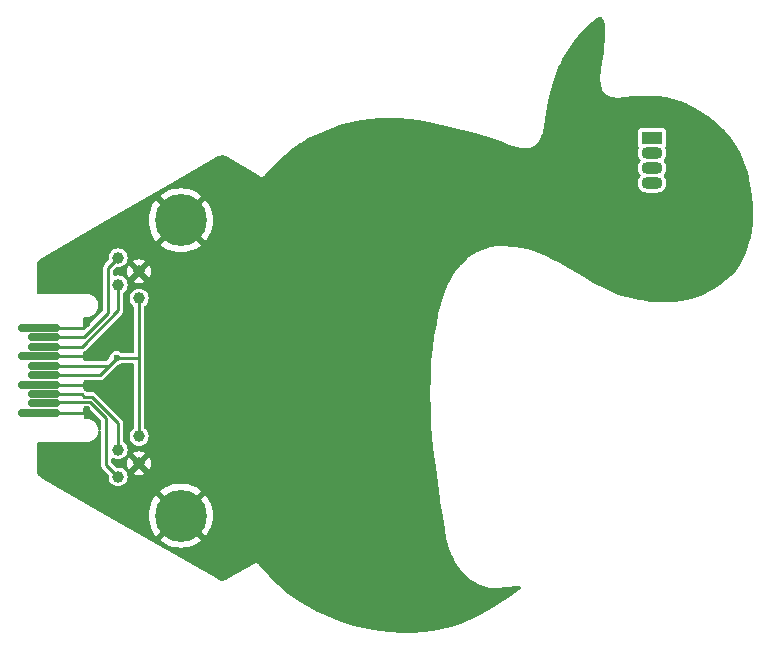
<source format=gtl>
G04 #@! TF.GenerationSoftware,KiCad,Pcbnew,8.0.1*
G04 #@! TF.CreationDate,2024-04-20T17:20:35+01:00*
G04 #@! TF.ProjectId,le-carnard-bleu,6c652d63-6172-46e6-9172-642d626c6575,rev?*
G04 #@! TF.SameCoordinates,Original*
G04 #@! TF.FileFunction,Copper,L1,Top*
G04 #@! TF.FilePolarity,Positive*
%FSLAX46Y46*%
G04 Gerber Fmt 4.6, Leading zero omitted, Abs format (unit mm)*
G04 Created by KiCad (PCBNEW 8.0.1) date 2024-04-20 17:20:35*
%MOMM*%
%LPD*%
G01*
G04 APERTURE LIST*
G04 Aperture macros list*
%AMRoundRect*
0 Rectangle with rounded corners*
0 $1 Rounding radius*
0 $2 $3 $4 $5 $6 $7 $8 $9 X,Y pos of 4 corners*
0 Add a 4 corners polygon primitive as box body*
4,1,4,$2,$3,$4,$5,$6,$7,$8,$9,$2,$3,0*
0 Add four circle primitives for the rounded corners*
1,1,$1+$1,$2,$3*
1,1,$1+$1,$4,$5*
1,1,$1+$1,$6,$7*
1,1,$1+$1,$8,$9*
0 Add four rect primitives between the rounded corners*
20,1,$1+$1,$2,$3,$4,$5,0*
20,1,$1+$1,$4,$5,$6,$7,0*
20,1,$1+$1,$6,$7,$8,$9,0*
20,1,$1+$1,$8,$9,$2,$3,0*%
G04 Aperture macros list end*
G04 #@! TA.AperFunction,SMDPad,CuDef*
%ADD10RoundRect,0.150000X1.600000X0.150000X-1.600000X0.150000X-1.600000X-0.150000X1.600000X-0.150000X0*%
G04 #@! TD*
G04 #@! TA.AperFunction,SMDPad,CuDef*
%ADD11RoundRect,0.150000X1.200000X0.150000X-1.200000X0.150000X-1.200000X-0.150000X1.200000X-0.150000X0*%
G04 #@! TD*
G04 #@! TA.AperFunction,SMDPad,CuDef*
%ADD12C,1.000000*%
G04 #@! TD*
G04 #@! TA.AperFunction,ComponentPad*
%ADD13C,0.700000*%
G04 #@! TD*
G04 #@! TA.AperFunction,ComponentPad*
%ADD14C,4.400000*%
G04 #@! TD*
G04 #@! TA.AperFunction,ComponentPad*
%ADD15R,1.800000X1.070000*%
G04 #@! TD*
G04 #@! TA.AperFunction,ComponentPad*
%ADD16O,1.800000X1.070000*%
G04 #@! TD*
G04 #@! TA.AperFunction,ViaPad*
%ADD17C,0.600000*%
G04 #@! TD*
G04 #@! TA.AperFunction,ViaPad*
%ADD18C,0.800000*%
G04 #@! TD*
G04 #@! TA.AperFunction,Conductor*
%ADD19C,0.254000*%
G04 #@! TD*
G04 APERTURE END LIST*
D10*
X100500000Y-96600000D03*
D11*
X100900000Y-97400000D03*
X100900000Y-98200000D03*
D10*
X100500000Y-99000000D03*
D11*
X100900000Y-99800000D03*
X100900000Y-100600000D03*
D10*
X100500000Y-101400000D03*
D11*
X100900000Y-102200000D03*
X100900000Y-103000000D03*
D10*
X100500000Y-103800000D03*
D12*
X108966000Y-105791000D03*
D13*
X110850000Y-87500000D03*
X111333274Y-86333274D03*
X111333274Y-88666726D03*
X112500000Y-85850000D03*
D14*
X112500000Y-87500000D03*
D13*
X112500000Y-89150000D03*
X113666726Y-86333274D03*
X113666726Y-88666726D03*
X114150000Y-87500000D03*
D15*
X152400000Y-80518000D03*
D16*
X152400000Y-81788000D03*
X152400000Y-83058000D03*
X152400000Y-84328000D03*
D12*
X108966000Y-108077000D03*
X107188000Y-90678000D03*
X108966000Y-94107000D03*
X107188000Y-106934000D03*
X107188000Y-92964000D03*
X107188000Y-109220000D03*
D13*
X110850000Y-112500000D03*
X111333274Y-111333274D03*
X111333274Y-113666726D03*
X112500000Y-110850000D03*
D14*
X112500000Y-112500000D03*
D13*
X112500000Y-114150000D03*
X113666726Y-111333274D03*
X113666726Y-113666726D03*
X114150000Y-112500000D03*
D12*
X108966000Y-91821000D03*
D17*
X104521000Y-101727000D03*
X104521000Y-103505000D03*
X104521000Y-96266000D03*
D18*
X102108000Y-107950000D03*
X102108000Y-92202000D03*
D17*
X108077000Y-102362000D03*
X104521000Y-98933000D03*
X107823000Y-96012000D03*
X107061000Y-99163500D03*
X108966000Y-105791000D03*
D19*
X100500000Y-101400000D02*
X104194000Y-101400000D01*
X104454000Y-99000000D02*
X104521000Y-98933000D01*
X100500000Y-96600000D02*
X104187000Y-96600000D01*
X104194000Y-101400000D02*
X104521000Y-101727000D01*
X104521000Y-103505000D02*
X104226000Y-103800000D01*
X104187000Y-96600000D02*
X104521000Y-96266000D01*
X100500000Y-99000000D02*
X104454000Y-99000000D01*
X104226000Y-103800000D02*
X100500000Y-103800000D01*
X107188000Y-104643236D02*
X107188000Y-106934000D01*
X104107288Y-102200000D02*
X104331288Y-102424000D01*
X100900000Y-102200000D02*
X101054000Y-102354000D01*
X104331288Y-102424000D02*
X104968764Y-102424000D01*
X100900000Y-102200000D02*
X104107288Y-102200000D01*
X104968764Y-102424000D02*
X107188000Y-104643236D01*
X105624500Y-100600000D02*
X106424500Y-99800000D01*
X108966000Y-99187000D02*
X108966000Y-105791000D01*
X108942500Y-99163500D02*
X108966000Y-99187000D01*
X100900000Y-99800000D02*
X106424500Y-99800000D01*
X106424500Y-99800000D02*
X107061000Y-99163500D01*
X100900000Y-100600000D02*
X105624500Y-100600000D01*
X108966000Y-94107000D02*
X108966000Y-99187000D01*
X107061000Y-99163500D02*
X108942500Y-99163500D01*
X104115764Y-98200000D02*
X107188000Y-95127764D01*
X100900000Y-98200000D02*
X104115764Y-98200000D01*
X107188000Y-95127764D02*
X107188000Y-92964000D01*
X100900000Y-97400000D02*
X104273712Y-97400000D01*
X106361000Y-95312712D02*
X106361000Y-91505000D01*
X106361000Y-91505000D02*
X107188000Y-90678000D01*
X104273712Y-97400000D02*
X106361000Y-95312712D01*
X101022000Y-102878000D02*
X104780712Y-102878000D01*
X100900000Y-103000000D02*
X101022000Y-102878000D01*
X106172000Y-108204000D02*
X107188000Y-109220000D01*
X106172000Y-104269288D02*
X106172000Y-108204000D01*
X104780712Y-102878000D02*
X106172000Y-104269288D01*
G04 #@! TA.AperFunction,Conductor*
G36*
X148077441Y-70292001D02*
G01*
X148119059Y-70300726D01*
X148120532Y-70301314D01*
X148155429Y-70322433D01*
X148181627Y-70344928D01*
X148202016Y-70367305D01*
X148247714Y-70431784D01*
X148262295Y-70459009D01*
X148315999Y-70598777D01*
X148327600Y-70628967D01*
X148333952Y-70651827D01*
X148386188Y-70946891D01*
X148388038Y-70965022D01*
X148414911Y-71920938D01*
X148414567Y-71934291D01*
X148313652Y-73198418D01*
X148312575Y-73207587D01*
X148087504Y-74656204D01*
X148082179Y-74677651D01*
X148081665Y-74679136D01*
X148081663Y-74679149D01*
X148080113Y-74700976D01*
X148078956Y-74711223D01*
X148075597Y-74732842D01*
X148075597Y-74732844D01*
X148075767Y-74734412D01*
X148076172Y-74756494D01*
X148022192Y-75517021D01*
X148019912Y-75533459D01*
X148017657Y-75544312D01*
X148017657Y-75544314D01*
X148018363Y-75556692D01*
X148018253Y-75572521D01*
X148017376Y-75584884D01*
X148017376Y-75584897D01*
X148019478Y-75595770D01*
X148021530Y-75612239D01*
X148043331Y-75994564D01*
X148043531Y-76001179D01*
X148043631Y-76029404D01*
X148044714Y-76037416D01*
X148046229Y-76045380D01*
X148046229Y-76045382D01*
X148046230Y-76045384D01*
X148055082Y-76072207D01*
X148056980Y-76078523D01*
X148126993Y-76336164D01*
X148130711Y-76356279D01*
X148131153Y-76360680D01*
X148131155Y-76360688D01*
X148137895Y-76378490D01*
X148141587Y-76389874D01*
X148146582Y-76408255D01*
X148146585Y-76408261D01*
X148148812Y-76412088D01*
X148157601Y-76430539D01*
X148159168Y-76434678D01*
X148159169Y-76434680D01*
X148159170Y-76434681D01*
X148170299Y-76450147D01*
X148176807Y-76460180D01*
X148186389Y-76476642D01*
X148189518Y-76479749D01*
X148202800Y-76495316D01*
X148317282Y-76654416D01*
X148327871Y-76672054D01*
X148329734Y-76675838D01*
X148329736Y-76675840D01*
X148342415Y-76690312D01*
X148349778Y-76699577D01*
X148361025Y-76715207D01*
X148364299Y-76717883D01*
X148379088Y-76732176D01*
X148381869Y-76735351D01*
X148381875Y-76735356D01*
X148397858Y-76746047D01*
X148407392Y-76753107D01*
X148422287Y-76765282D01*
X148426136Y-76767016D01*
X148444126Y-76776996D01*
X148656650Y-76919159D01*
X148658026Y-76920094D01*
X148688052Y-76940823D01*
X148688055Y-76940824D01*
X148688245Y-76940955D01*
X148689273Y-76941463D01*
X148690918Y-76942290D01*
X148691815Y-76942749D01*
X148692017Y-76942817D01*
X148692019Y-76942819D01*
X148726578Y-76954569D01*
X148728231Y-76955144D01*
X148978157Y-77044233D01*
X149002669Y-77052971D01*
X149005462Y-77054004D01*
X149037612Y-77066358D01*
X149037615Y-77066358D01*
X149039221Y-77066745D01*
X149039850Y-77066932D01*
X149042577Y-77067552D01*
X149043239Y-77067658D01*
X149044827Y-77067999D01*
X149044828Y-77067999D01*
X149044831Y-77068000D01*
X149079145Y-77070771D01*
X149082013Y-77071038D01*
X149424483Y-77107145D01*
X149438939Y-77109542D01*
X149452991Y-77112735D01*
X149452993Y-77112734D01*
X149452994Y-77112735D01*
X149456825Y-77112587D01*
X149462047Y-77112387D01*
X149479815Y-77112979D01*
X149488828Y-77113930D01*
X149503057Y-77111680D01*
X149517653Y-77110251D01*
X149985788Y-77092271D01*
X149999537Y-77093108D01*
X149999538Y-77093105D01*
X150007664Y-77093339D01*
X150007664Y-77093338D01*
X150007671Y-77093340D01*
X150033611Y-77090684D01*
X150041450Y-77090134D01*
X150067499Y-77089134D01*
X150067504Y-77089132D01*
X150075513Y-77087764D01*
X150075513Y-77087768D01*
X150089012Y-77085015D01*
X150814156Y-77010804D01*
X150816321Y-77010602D01*
X151527302Y-76951143D01*
X151536103Y-76950724D01*
X152215482Y-76942567D01*
X152224852Y-76942809D01*
X152885020Y-76984987D01*
X152894733Y-76985996D01*
X153537911Y-77078524D01*
X153547749Y-77080348D01*
X154176476Y-77223467D01*
X154186150Y-77226086D01*
X154802833Y-77420253D01*
X154812139Y-77423597D01*
X154829952Y-77430813D01*
X155419127Y-77669487D01*
X155427832Y-77673410D01*
X155511693Y-77715159D01*
X156027767Y-77972079D01*
X156035458Y-77976253D01*
X156744838Y-78394460D01*
X156752461Y-78399338D01*
X157387644Y-78839403D01*
X157395763Y-78845537D01*
X157557671Y-78978653D01*
X157953008Y-79303687D01*
X157961568Y-79311419D01*
X158062228Y-79411231D01*
X158392333Y-79738557D01*
X158442846Y-79788644D01*
X158449315Y-79795569D01*
X158562768Y-79926728D01*
X158868870Y-80280604D01*
X158873451Y-80286224D01*
X158885648Y-80302114D01*
X159229566Y-80750169D01*
X159241273Y-80765420D01*
X159246168Y-80772268D01*
X159299539Y-80852554D01*
X159564460Y-81251080D01*
X159569275Y-81258942D01*
X159844432Y-81748202D01*
X159848748Y-81756612D01*
X160086949Y-82267797D01*
X160090479Y-82276157D01*
X160297346Y-82821011D01*
X160299994Y-82828746D01*
X160480473Y-83418625D01*
X160482319Y-83425323D01*
X160606844Y-83932242D01*
X160640899Y-84070871D01*
X160642120Y-84076381D01*
X160787776Y-84812455D01*
X160788933Y-84819300D01*
X160882987Y-85489794D01*
X160883843Y-85497766D01*
X160934225Y-86170966D01*
X160934551Y-86177968D01*
X160948061Y-86921833D01*
X160948021Y-86927938D01*
X160923960Y-87701989D01*
X160923389Y-87710626D01*
X160854453Y-88391533D01*
X160852956Y-88401916D01*
X160734166Y-89034848D01*
X160731769Y-89045168D01*
X160556464Y-89676153D01*
X160553592Y-89685146D01*
X160343184Y-90266717D01*
X160339213Y-90276397D01*
X160095797Y-90804992D01*
X160090376Y-90815429D01*
X159810087Y-91297750D01*
X159803240Y-91308269D01*
X159480922Y-91752495D01*
X159472975Y-91762348D01*
X159102504Y-92176472D01*
X159094030Y-92185063D01*
X158668700Y-92576266D01*
X158660353Y-92583291D01*
X158173486Y-92957743D01*
X158165806Y-92963199D01*
X157610999Y-93326395D01*
X157604507Y-93330366D01*
X157126626Y-93602869D01*
X157118165Y-93607271D01*
X156679981Y-93814258D01*
X156669639Y-93818583D01*
X156212657Y-93985845D01*
X156203695Y-93988744D01*
X155669343Y-94139448D01*
X155661712Y-94141342D01*
X154962968Y-94291352D01*
X154954060Y-94292926D01*
X154252934Y-94390663D01*
X154243851Y-94391590D01*
X153536918Y-94437508D01*
X153527848Y-94437765D01*
X152813320Y-94431813D01*
X152804446Y-94431421D01*
X152080562Y-94373400D01*
X152072047Y-94372420D01*
X151337165Y-94262017D01*
X151329138Y-94260539D01*
X150581751Y-94097366D01*
X150574301Y-94095496D01*
X149819295Y-93880917D01*
X149808885Y-93877454D01*
X149149672Y-93625248D01*
X149142114Y-93622066D01*
X148307761Y-93237847D01*
X148302742Y-93235398D01*
X147418348Y-92778791D01*
X147413190Y-92775971D01*
X146596038Y-92303743D01*
X146594789Y-92303011D01*
X144866941Y-91277411D01*
X144856212Y-91269470D01*
X144856136Y-91269581D01*
X144849465Y-91264940D01*
X144849463Y-91264939D01*
X144849462Y-91264938D01*
X144825364Y-91252485D01*
X144819041Y-91248979D01*
X144795724Y-91235139D01*
X144795721Y-91235138D01*
X144788257Y-91231940D01*
X144788310Y-91231815D01*
X144775892Y-91226920D01*
X143656808Y-90648635D01*
X143645506Y-90641268D01*
X143645458Y-90641347D01*
X143638517Y-90637114D01*
X143614051Y-90626286D01*
X143607314Y-90623059D01*
X143583537Y-90610773D01*
X143575898Y-90608019D01*
X143575929Y-90607932D01*
X143563105Y-90603739D01*
X142813303Y-90271897D01*
X142802365Y-90266395D01*
X142797847Y-90263835D01*
X142767489Y-90251550D01*
X142763823Y-90249998D01*
X142733886Y-90236749D01*
X142728894Y-90235282D01*
X142717346Y-90231259D01*
X142379665Y-90094612D01*
X142361059Y-90085191D01*
X142357883Y-90083231D01*
X142357878Y-90083228D01*
X142338983Y-90077566D01*
X142328073Y-90073734D01*
X142309774Y-90066330D01*
X142308199Y-90066135D01*
X142306065Y-90065872D01*
X142285658Y-90061587D01*
X141883984Y-89941220D01*
X141866337Y-89934427D01*
X141859925Y-89931378D01*
X141843822Y-89928415D01*
X141830678Y-89925246D01*
X141814993Y-89920546D01*
X141814985Y-89920544D01*
X141807884Y-89920336D01*
X141789088Y-89918342D01*
X140824189Y-89740774D01*
X140808392Y-89736778D01*
X140797358Y-89733201D01*
X140797355Y-89733200D01*
X140797353Y-89733199D01*
X140797350Y-89733199D01*
X140785500Y-89732586D01*
X140769475Y-89730705D01*
X140757794Y-89728556D01*
X140757791Y-89728555D01*
X140746223Y-89729481D01*
X140729930Y-89729710D01*
X139756782Y-89679348D01*
X139738374Y-89677005D01*
X139730823Y-89675462D01*
X139730813Y-89675462D01*
X139715070Y-89676411D01*
X139701211Y-89676471D01*
X139685458Y-89675657D01*
X139685452Y-89675657D01*
X139677916Y-89677264D01*
X139659537Y-89679763D01*
X139248341Y-89704582D01*
X139228044Y-89704142D01*
X139223392Y-89703658D01*
X139223390Y-89703658D01*
X139223388Y-89703658D01*
X139223387Y-89703658D01*
X139204841Y-89706614D01*
X139192800Y-89707934D01*
X139174045Y-89709066D01*
X139174032Y-89709069D01*
X139169591Y-89710551D01*
X139149875Y-89715377D01*
X138781494Y-89774106D01*
X138765684Y-89775596D01*
X138753378Y-89775964D01*
X138753368Y-89775966D01*
X138742681Y-89779175D01*
X138726555Y-89782864D01*
X138715533Y-89784621D01*
X138715528Y-89784623D01*
X138704270Y-89789649D01*
X138689391Y-89795178D01*
X138046598Y-89988213D01*
X138034061Y-89991277D01*
X138016931Y-89994528D01*
X138011485Y-89997155D01*
X137993315Y-90004214D01*
X137987517Y-90005955D01*
X137987515Y-90005956D01*
X137972672Y-90015129D01*
X137961355Y-90021332D01*
X137371521Y-90305795D01*
X137360569Y-90310444D01*
X137342588Y-90317076D01*
X137342580Y-90317080D01*
X137339071Y-90319560D01*
X137321392Y-90329972D01*
X137317522Y-90331838D01*
X137317511Y-90331846D01*
X137302998Y-90344349D01*
X137293621Y-90351674D01*
X136758117Y-90730057D01*
X136747664Y-90736686D01*
X136731699Y-90745726D01*
X136731694Y-90745730D01*
X136728037Y-90749327D01*
X136712663Y-90762174D01*
X136708476Y-90765132D01*
X136696746Y-90779233D01*
X136688368Y-90788339D01*
X136206686Y-91262049D01*
X136196048Y-91271378D01*
X136184005Y-91280780D01*
X136184000Y-91280785D01*
X136179064Y-91287329D01*
X136167023Y-91301058D01*
X136161180Y-91306804D01*
X136153425Y-91319982D01*
X136145561Y-91331749D01*
X135715418Y-91902072D01*
X135704515Y-91914668D01*
X135696800Y-91922454D01*
X135690577Y-91933347D01*
X135681920Y-91946485D01*
X135674371Y-91956496D01*
X135674370Y-91956497D01*
X135670263Y-91966649D01*
X135662987Y-91981645D01*
X135280522Y-92651183D01*
X135269639Y-92667189D01*
X135265687Y-92672122D01*
X135265684Y-92672127D01*
X135258795Y-92687827D01*
X135252924Y-92699493D01*
X135244413Y-92714393D01*
X135242804Y-92720513D01*
X135236434Y-92738789D01*
X134897301Y-93511671D01*
X134886807Y-93530807D01*
X134885665Y-93532512D01*
X134885664Y-93532515D01*
X134878768Y-93552778D01*
X134874935Y-93562640D01*
X134866332Y-93582249D01*
X134866329Y-93582259D01*
X134866020Y-93584285D01*
X134860836Y-93605479D01*
X134559695Y-94490465D01*
X134550923Y-94510338D01*
X134549857Y-94512273D01*
X134549851Y-94512287D01*
X134544768Y-94532903D01*
X134541766Y-94543155D01*
X134534921Y-94563273D01*
X134534918Y-94563283D01*
X134534773Y-94565484D01*
X134531440Y-94586960D01*
X134317050Y-95456503D01*
X134312612Y-95468875D01*
X134312800Y-95468937D01*
X134310274Y-95476656D01*
X134305192Y-95503771D01*
X134303711Y-95510603D01*
X134297113Y-95537367D01*
X134296214Y-95545446D01*
X134296016Y-95545424D01*
X134294932Y-95558522D01*
X134079361Y-96708819D01*
X134076697Y-96720097D01*
X134074563Y-96727551D01*
X134069893Y-96758873D01*
X134069128Y-96763420D01*
X134063302Y-96794512D01*
X134062883Y-96802224D01*
X134061711Y-96813768D01*
X133869099Y-98105866D01*
X133866805Y-98117445D01*
X133865149Y-98124117D01*
X133861563Y-98155889D01*
X133860991Y-98160262D01*
X133856266Y-98191954D01*
X133856149Y-98198831D01*
X133855385Y-98210615D01*
X133709003Y-99507453D01*
X133706137Y-99520729D01*
X133706198Y-99520741D01*
X133704728Y-99528732D01*
X133703374Y-99555236D01*
X133702754Y-99562809D01*
X133699780Y-99589161D01*
X133699931Y-99597290D01*
X133699869Y-99597291D01*
X133700536Y-99610855D01*
X133648997Y-100620744D01*
X133647262Y-100632118D01*
X133647872Y-100632207D01*
X133646710Y-100640241D01*
X133646308Y-100671675D01*
X133646157Y-100676406D01*
X133644554Y-100707829D01*
X133645203Y-100715935D01*
X133644476Y-100715993D01*
X133645596Y-100727451D01*
X133628155Y-102093450D01*
X133627301Y-102106481D01*
X133627058Y-102108522D01*
X133627487Y-102142686D01*
X133627487Y-102145819D01*
X133627051Y-102180036D01*
X133627292Y-102182066D01*
X133628145Y-102195114D01*
X133645790Y-103600761D01*
X133645356Y-103612803D01*
X133644855Y-103618696D01*
X133646352Y-103651092D01*
X133646474Y-103655253D01*
X133646881Y-103687676D01*
X133647727Y-103693531D01*
X133648867Y-103705524D01*
X133700896Y-104831417D01*
X133700147Y-104844018D01*
X133700513Y-104844031D01*
X133700235Y-104852155D01*
X133703021Y-104880854D01*
X133703469Y-104887105D01*
X133704799Y-104915888D01*
X133706230Y-104923881D01*
X133705868Y-104923945D01*
X133708404Y-104936305D01*
X133880430Y-106708360D01*
X133880993Y-106721882D01*
X133885122Y-106756963D01*
X133885391Y-106759472D01*
X133888801Y-106794592D01*
X133891117Y-106807889D01*
X134148717Y-108996107D01*
X134149350Y-109006691D01*
X134149563Y-109008285D01*
X134149563Y-109008286D01*
X134151910Y-109025844D01*
X134154358Y-109044151D01*
X134154600Y-109046080D01*
X134159027Y-109083678D01*
X134161039Y-109094116D01*
X134433213Y-111129460D01*
X134434248Y-111142072D01*
X134434358Y-111145660D01*
X134439747Y-111178708D01*
X134440269Y-111182225D01*
X134444703Y-111215386D01*
X134445636Y-111218837D01*
X134448310Y-111231217D01*
X134662204Y-112542838D01*
X134662511Y-112545936D01*
X134669901Y-112590042D01*
X134669989Y-112590576D01*
X134677176Y-112634650D01*
X134677885Y-112637692D01*
X134851604Y-113674416D01*
X134853036Y-113686678D01*
X134853349Y-113691390D01*
X134859800Y-113723689D01*
X134860495Y-113727477D01*
X134865947Y-113760008D01*
X134867327Y-113764519D01*
X134870349Y-113776504D01*
X135075813Y-114805149D01*
X135078169Y-114826052D01*
X135078262Y-114829468D01*
X135083974Y-114848679D01*
X135086713Y-114859723D01*
X135090642Y-114879391D01*
X135090643Y-114879393D01*
X135092155Y-114882453D01*
X135099841Y-114902039D01*
X135219555Y-115304625D01*
X135224012Y-115326929D01*
X135224059Y-115327375D01*
X135224060Y-115327380D01*
X135232307Y-115348831D01*
X135235421Y-115357980D01*
X135241982Y-115380041D01*
X135242214Y-115380419D01*
X135252295Y-115400822D01*
X135390990Y-115761582D01*
X135396932Y-115782221D01*
X135397441Y-115784820D01*
X135397445Y-115784832D01*
X135406589Y-115803506D01*
X135410962Y-115813535D01*
X135418431Y-115832962D01*
X135418434Y-115832966D01*
X135419990Y-115835106D01*
X135431075Y-115853510D01*
X135593348Y-116184900D01*
X135600910Y-116204328D01*
X135601968Y-116207912D01*
X135601971Y-116207919D01*
X135612260Y-116224749D01*
X135617829Y-116234892D01*
X135626507Y-116252614D01*
X135628956Y-116255422D01*
X135641292Y-116272237D01*
X135822637Y-116568859D01*
X135829738Y-116580473D01*
X135839167Y-116599334D01*
X135840401Y-116602438D01*
X135852424Y-116618577D01*
X135858779Y-116627976D01*
X135869266Y-116645130D01*
X135871690Y-116647435D01*
X135885674Y-116663206D01*
X136102579Y-116954342D01*
X136114161Y-116973191D01*
X136114850Y-116974576D01*
X136114851Y-116974577D01*
X136129348Y-116990990D01*
X136135849Y-116998999D01*
X136148928Y-117016555D01*
X136148931Y-117016558D01*
X136150142Y-117017515D01*
X136166206Y-117032722D01*
X136334097Y-117222811D01*
X136416646Y-117316273D01*
X136429380Y-117333485D01*
X136430829Y-117335845D01*
X136430830Y-117335846D01*
X136430831Y-117335847D01*
X136445847Y-117350075D01*
X136453498Y-117357999D01*
X136467192Y-117373503D01*
X136469500Y-117375033D01*
X136486254Y-117388362D01*
X136987870Y-117863652D01*
X136991789Y-117867534D01*
X137012710Y-117889202D01*
X137012713Y-117889205D01*
X137012716Y-117889206D01*
X137017989Y-117893403D01*
X137023453Y-117897366D01*
X137023458Y-117897370D01*
X137023462Y-117897372D01*
X137049914Y-117911708D01*
X137054709Y-117914446D01*
X137223949Y-118016165D01*
X137545770Y-118209590D01*
X137558020Y-118217991D01*
X137569146Y-118226644D01*
X137569150Y-118226647D01*
X137577787Y-118230290D01*
X137593475Y-118238262D01*
X137601505Y-118243089D01*
X137615053Y-118246975D01*
X137629048Y-118251914D01*
X138060231Y-118433804D01*
X138119268Y-118458708D01*
X138129370Y-118463518D01*
X138135051Y-118466544D01*
X138147366Y-118473104D01*
X138150342Y-118473793D01*
X138170553Y-118480342D01*
X138173380Y-118481535D01*
X138173383Y-118481535D01*
X138173384Y-118481536D01*
X138193576Y-118484327D01*
X138204573Y-118486356D01*
X138675109Y-118595359D01*
X138683549Y-118597632D01*
X138704028Y-118603930D01*
X138707023Y-118604852D01*
X138710015Y-118605357D01*
X138725214Y-118607377D01*
X138728259Y-118607672D01*
X138728265Y-118607674D01*
X138752819Y-118606834D01*
X138761549Y-118606844D01*
X139282450Y-118625899D01*
X139299182Y-118627654D01*
X139309715Y-118629489D01*
X139322449Y-118628346D01*
X139338056Y-118627934D01*
X139350837Y-118628402D01*
X139361248Y-118626016D01*
X139377865Y-118623378D01*
X140016357Y-118566135D01*
X140026108Y-118565832D01*
X140028183Y-118565615D01*
X140028185Y-118565616D01*
X140064467Y-118561835D01*
X140066192Y-118561667D01*
X140102635Y-118558401D01*
X140102641Y-118558398D01*
X140104733Y-118558211D01*
X140114340Y-118556640D01*
X140883520Y-118476510D01*
X140893376Y-118475881D01*
X141153711Y-118469698D01*
X141221199Y-118487785D01*
X141268195Y-118539488D01*
X141279777Y-118608391D01*
X141252269Y-118672618D01*
X141239942Y-118685528D01*
X141111038Y-118802396D01*
X141101920Y-118809904D01*
X140450902Y-119295802D01*
X140446730Y-119298783D01*
X139532416Y-119924052D01*
X139526281Y-119927989D01*
X138606303Y-120480731D01*
X138599204Y-120484685D01*
X137507673Y-121046695D01*
X137501634Y-121049601D01*
X136379245Y-121552758D01*
X136371783Y-121555815D01*
X135365332Y-121930499D01*
X135355157Y-121933795D01*
X134616360Y-122138343D01*
X134607122Y-122140524D01*
X133829518Y-122292925D01*
X133820703Y-122294325D01*
X133005596Y-122393884D01*
X132997290Y-122394616D01*
X132144981Y-122440930D01*
X132137231Y-122441109D01*
X131248105Y-122433782D01*
X131240927Y-122433515D01*
X130315514Y-122372186D01*
X130308900Y-122371569D01*
X129347789Y-122255919D01*
X129341716Y-122255035D01*
X128347316Y-122085104D01*
X128340709Y-122083790D01*
X127143171Y-121811487D01*
X127132476Y-121808546D01*
X125906877Y-121411809D01*
X125901383Y-121409887D01*
X124910778Y-121037006D01*
X124904394Y-121034398D01*
X124079479Y-120670327D01*
X124071384Y-120666397D01*
X123328108Y-120271644D01*
X123320554Y-120267285D01*
X122572151Y-119799569D01*
X122565999Y-119795464D01*
X121606183Y-119112828D01*
X121599019Y-119107330D01*
X121318013Y-118874904D01*
X120752354Y-118407034D01*
X120744913Y-118400356D01*
X120737530Y-118393172D01*
X120195319Y-117865554D01*
X119971676Y-117647930D01*
X119964505Y-117640338D01*
X119126650Y-116674954D01*
X119118705Y-116663720D01*
X119118696Y-116663727D01*
X119113793Y-116657240D01*
X119095470Y-116638649D01*
X119090149Y-116632897D01*
X119073015Y-116613155D01*
X119066935Y-116607768D01*
X119066942Y-116607759D01*
X119064680Y-116605879D01*
X119064674Y-116605888D01*
X119058259Y-116600891D01*
X119035724Y-116587660D01*
X119029093Y-116583479D01*
X119007454Y-116568859D01*
X119007450Y-116568856D01*
X119000182Y-116565225D01*
X119000185Y-116565217D01*
X118997510Y-116563985D01*
X118997507Y-116563994D01*
X118990029Y-116560832D01*
X118964847Y-116553887D01*
X118957356Y-116551563D01*
X118932669Y-116543041D01*
X118924707Y-116541415D01*
X118924708Y-116541406D01*
X118921803Y-116540907D01*
X118921803Y-116540915D01*
X118913755Y-116539796D01*
X118887615Y-116539605D01*
X118879780Y-116539299D01*
X118853740Y-116537458D01*
X118853737Y-116537458D01*
X118853736Y-116537458D01*
X118853734Y-116537458D01*
X118845622Y-116537948D01*
X118845621Y-116537937D01*
X118842692Y-116538207D01*
X118842694Y-116538218D01*
X118834628Y-116539220D01*
X118809340Y-116545798D01*
X118801693Y-116547531D01*
X118776050Y-116552495D01*
X118768342Y-116555067D01*
X118768339Y-116555058D01*
X118765586Y-116556074D01*
X118765590Y-116556083D01*
X118758052Y-116559141D01*
X118735333Y-116572037D01*
X118728395Y-116575690D01*
X118704916Y-116587118D01*
X118698136Y-116591599D01*
X118698130Y-116591590D01*
X118686896Y-116599534D01*
X116401160Y-117897084D01*
X116396497Y-117899288D01*
X116355369Y-117923033D01*
X116343807Y-117928925D01*
X116228056Y-117980461D01*
X116203401Y-117988471D01*
X116085862Y-118013455D01*
X116060081Y-118016165D01*
X115939909Y-118016165D01*
X115914128Y-118013455D01*
X115796588Y-117988471D01*
X115771934Y-117980461D01*
X115656187Y-117928927D01*
X115644622Y-117923034D01*
X115609028Y-117902484D01*
X106251653Y-112500000D01*
X109787050Y-112500000D01*
X109806829Y-112827004D01*
X109865885Y-113149259D01*
X109963341Y-113462006D01*
X109963345Y-113462017D01*
X110097800Y-113760766D01*
X110097801Y-113760768D01*
X110267291Y-114041139D01*
X110413293Y-114227495D01*
X110934280Y-113706508D01*
X111133274Y-113706508D01*
X111163722Y-113780017D01*
X111219983Y-113836278D01*
X111293492Y-113866726D01*
X111373056Y-113866726D01*
X111446565Y-113836278D01*
X111502826Y-113780017D01*
X111533274Y-113706508D01*
X111533274Y-113626944D01*
X111502826Y-113553435D01*
X111446565Y-113497174D01*
X111373056Y-113466726D01*
X111293492Y-113466726D01*
X111219983Y-113497174D01*
X111163722Y-113553435D01*
X111133274Y-113626944D01*
X111133274Y-113706508D01*
X110934280Y-113706508D01*
X111561328Y-113079460D01*
X111660967Y-113216602D01*
X111783398Y-113339033D01*
X111920538Y-113438670D01*
X110772503Y-114586705D01*
X110772503Y-114586706D01*
X110958860Y-114732708D01*
X111239231Y-114902198D01*
X111239233Y-114902199D01*
X111537982Y-115036654D01*
X111537993Y-115036658D01*
X111850740Y-115134114D01*
X112172995Y-115193170D01*
X112500000Y-115212949D01*
X112827004Y-115193170D01*
X113149259Y-115134114D01*
X113462006Y-115036658D01*
X113462017Y-115036654D01*
X113760766Y-114902199D01*
X113760768Y-114902198D01*
X114041130Y-114732714D01*
X114227495Y-114586706D01*
X114227495Y-114586705D01*
X113347298Y-113706508D01*
X113466726Y-113706508D01*
X113497174Y-113780017D01*
X113553435Y-113836278D01*
X113626944Y-113866726D01*
X113706508Y-113866726D01*
X113780017Y-113836278D01*
X113836278Y-113780017D01*
X113866726Y-113706508D01*
X113866726Y-113626944D01*
X113836278Y-113553435D01*
X113780017Y-113497174D01*
X113706508Y-113466726D01*
X113626944Y-113466726D01*
X113553435Y-113497174D01*
X113497174Y-113553435D01*
X113466726Y-113626944D01*
X113466726Y-113706508D01*
X113347298Y-113706508D01*
X113079460Y-113438670D01*
X113216602Y-113339033D01*
X113339033Y-113216602D01*
X113438670Y-113079460D01*
X114586705Y-114227495D01*
X114586706Y-114227495D01*
X114732714Y-114041130D01*
X114902198Y-113760768D01*
X114902199Y-113760766D01*
X115036654Y-113462017D01*
X115036658Y-113462006D01*
X115134114Y-113149259D01*
X115193170Y-112827004D01*
X115212949Y-112500000D01*
X115193170Y-112172995D01*
X115134114Y-111850740D01*
X115036658Y-111537993D01*
X115036654Y-111537982D01*
X114902199Y-111239233D01*
X114902198Y-111239231D01*
X114732708Y-110958860D01*
X114586705Y-110772503D01*
X113438670Y-111920538D01*
X113339033Y-111783398D01*
X113216602Y-111660967D01*
X113079460Y-111561329D01*
X113267733Y-111373056D01*
X113466726Y-111373056D01*
X113497174Y-111446565D01*
X113553435Y-111502826D01*
X113626944Y-111533274D01*
X113706508Y-111533274D01*
X113780017Y-111502826D01*
X113836278Y-111446565D01*
X113866726Y-111373056D01*
X113866726Y-111293492D01*
X113836278Y-111219983D01*
X113780017Y-111163722D01*
X113706508Y-111133274D01*
X113626944Y-111133274D01*
X113553435Y-111163722D01*
X113497174Y-111219983D01*
X113466726Y-111293492D01*
X113466726Y-111373056D01*
X113267733Y-111373056D01*
X114227495Y-110413293D01*
X114227495Y-110413292D01*
X114041139Y-110267291D01*
X113760768Y-110097801D01*
X113760766Y-110097800D01*
X113462017Y-109963345D01*
X113462006Y-109963341D01*
X113149259Y-109865885D01*
X112827004Y-109806829D01*
X112500000Y-109787050D01*
X112172995Y-109806829D01*
X111850740Y-109865885D01*
X111537993Y-109963341D01*
X111537982Y-109963345D01*
X111239233Y-110097800D01*
X111239231Y-110097801D01*
X110958864Y-110267289D01*
X110772503Y-110413293D01*
X111920539Y-111561329D01*
X111783398Y-111660967D01*
X111660967Y-111783398D01*
X111561329Y-111920539D01*
X111013846Y-111373056D01*
X111133274Y-111373056D01*
X111163722Y-111446565D01*
X111219983Y-111502826D01*
X111293492Y-111533274D01*
X111373056Y-111533274D01*
X111446565Y-111502826D01*
X111502826Y-111446565D01*
X111533274Y-111373056D01*
X111533274Y-111293492D01*
X111502826Y-111219983D01*
X111446565Y-111163722D01*
X111373056Y-111133274D01*
X111293492Y-111133274D01*
X111219983Y-111163722D01*
X111163722Y-111219983D01*
X111133274Y-111293492D01*
X111133274Y-111373056D01*
X111013846Y-111373056D01*
X110413293Y-110772503D01*
X110267289Y-110958864D01*
X110097801Y-111239231D01*
X110097800Y-111239233D01*
X109963345Y-111537982D01*
X109963341Y-111537993D01*
X109865885Y-111850740D01*
X109806829Y-112172995D01*
X109787050Y-112500000D01*
X106251653Y-112500000D01*
X100703848Y-109296973D01*
X100703837Y-109296964D01*
X100655888Y-109269283D01*
X100645003Y-109262214D01*
X100542474Y-109187727D01*
X100523209Y-109170382D01*
X100442796Y-109081080D01*
X100427560Y-109060112D01*
X100367464Y-108956030D01*
X100356924Y-108932358D01*
X100336815Y-108870478D01*
X100319780Y-108818055D01*
X100314392Y-108792708D01*
X100301180Y-108667048D01*
X100300500Y-108654082D01*
X100300500Y-106424500D01*
X100320185Y-106357461D01*
X100372989Y-106311706D01*
X100424500Y-106300500D01*
X104587528Y-106300500D01*
X104587532Y-106300500D01*
X104759938Y-106270101D01*
X104924445Y-106210225D01*
X105076055Y-106122692D01*
X105210163Y-106010163D01*
X105322692Y-105876055D01*
X105410225Y-105724445D01*
X105470101Y-105559938D01*
X105498384Y-105399531D01*
X105529410Y-105336929D01*
X105589357Y-105301039D01*
X105602368Y-105301451D01*
X105539297Y-105272648D01*
X105501523Y-105213870D01*
X105498384Y-105200467D01*
X105470101Y-105040062D01*
X105432336Y-104936305D01*
X105410225Y-104875555D01*
X105322692Y-104723945D01*
X105322691Y-104723943D01*
X105322690Y-104723942D01*
X105210163Y-104589836D01*
X105076057Y-104477309D01*
X104924446Y-104389775D01*
X104759937Y-104329898D01*
X104587534Y-104299500D01*
X104587532Y-104299500D01*
X104539562Y-104299500D01*
X104387715Y-104299500D01*
X104320676Y-104279815D01*
X104274921Y-104227011D01*
X104263718Y-104176362D01*
X104258533Y-103430362D01*
X104277751Y-103363187D01*
X104330236Y-103317066D01*
X104382530Y-103305500D01*
X104552274Y-103305500D01*
X104619313Y-103325185D01*
X104639955Y-103341819D01*
X105708181Y-104410045D01*
X105741666Y-104471368D01*
X105744500Y-104497726D01*
X105744500Y-105178935D01*
X105724815Y-105245974D01*
X105672011Y-105291729D01*
X105604025Y-105301504D01*
X105659191Y-105303255D01*
X105716742Y-105342875D01*
X105743736Y-105407319D01*
X105744500Y-105421064D01*
X105744500Y-108147719D01*
X105744500Y-108260281D01*
X105748338Y-108274605D01*
X105773633Y-108369010D01*
X105799860Y-108414435D01*
X105829915Y-108466491D01*
X105829917Y-108466493D01*
X106360562Y-108997138D01*
X106394047Y-109058461D01*
X106396101Y-109098702D01*
X106382435Y-109219996D01*
X106382435Y-109220003D01*
X106402630Y-109399249D01*
X106402631Y-109399254D01*
X106462211Y-109569523D01*
X106491577Y-109616258D01*
X106558184Y-109722262D01*
X106685738Y-109849816D01*
X106838478Y-109945789D01*
X107008745Y-110005368D01*
X107008750Y-110005369D01*
X107187996Y-110025565D01*
X107188000Y-110025565D01*
X107188004Y-110025565D01*
X107367249Y-110005369D01*
X107367252Y-110005368D01*
X107367255Y-110005368D01*
X107537522Y-109945789D01*
X107690262Y-109849816D01*
X107817816Y-109722262D01*
X107913789Y-109569522D01*
X107973368Y-109399255D01*
X107983162Y-109312329D01*
X107993565Y-109220003D01*
X107993565Y-109219996D01*
X107973369Y-109040750D01*
X107973368Y-109040745D01*
X107940550Y-108946957D01*
X108455251Y-108946957D01*
X108578389Y-109012776D01*
X108768394Y-109070414D01*
X108768396Y-109070415D01*
X108966000Y-109089876D01*
X109163603Y-109070415D01*
X109163605Y-109070414D01*
X109353608Y-109012777D01*
X109476747Y-108946957D01*
X109476747Y-108946956D01*
X108966001Y-108436210D01*
X108966000Y-108436210D01*
X108455251Y-108946957D01*
X107940550Y-108946957D01*
X107940550Y-108946956D01*
X107913789Y-108870478D01*
X107817816Y-108717738D01*
X107690262Y-108590184D01*
X107686384Y-108587747D01*
X107537523Y-108494211D01*
X107367254Y-108434631D01*
X107367249Y-108434630D01*
X107188004Y-108414435D01*
X107187996Y-108414435D01*
X107066702Y-108428101D01*
X106997880Y-108416046D01*
X106965138Y-108392562D01*
X106649576Y-108077000D01*
X107953123Y-108077000D01*
X107972584Y-108274603D01*
X107972585Y-108274605D01*
X108030223Y-108464610D01*
X108096042Y-108587747D01*
X108606790Y-108077000D01*
X109325210Y-108077000D01*
X109835957Y-108587747D01*
X109901777Y-108464608D01*
X109959414Y-108274605D01*
X109959415Y-108274603D01*
X109978876Y-108077000D01*
X109959415Y-107879396D01*
X109959414Y-107879394D01*
X109901776Y-107689389D01*
X109835957Y-107566251D01*
X109325210Y-108076999D01*
X109325210Y-108077000D01*
X108606790Y-108077000D01*
X108096042Y-107566252D01*
X108030223Y-107689389D01*
X107972585Y-107879394D01*
X107972584Y-107879396D01*
X107953123Y-108077000D01*
X106649576Y-108077000D01*
X106635819Y-108063243D01*
X106602334Y-108001920D01*
X106599500Y-107975562D01*
X106599500Y-107733990D01*
X106619185Y-107666951D01*
X106671989Y-107621196D01*
X106741147Y-107611252D01*
X106789473Y-107628997D01*
X106838475Y-107659788D01*
X107008745Y-107719368D01*
X107008750Y-107719369D01*
X107187996Y-107739565D01*
X107188000Y-107739565D01*
X107188004Y-107739565D01*
X107367249Y-107719369D01*
X107367252Y-107719368D01*
X107367255Y-107719368D01*
X107537522Y-107659789D01*
X107690262Y-107563816D01*
X107817816Y-107436262D01*
X107913789Y-107283522D01*
X107940551Y-107207042D01*
X108455252Y-107207042D01*
X108966000Y-107717790D01*
X108966001Y-107717790D01*
X109476747Y-107207042D01*
X109353610Y-107141223D01*
X109163605Y-107083585D01*
X109163603Y-107083584D01*
X108966000Y-107064123D01*
X108768396Y-107083584D01*
X108768394Y-107083585D01*
X108578389Y-107141223D01*
X108455252Y-107207042D01*
X107940551Y-107207042D01*
X107973368Y-107113255D01*
X107993565Y-106934000D01*
X107973760Y-106758228D01*
X107973369Y-106754750D01*
X107973368Y-106754745D01*
X107961869Y-106721882D01*
X107913789Y-106584478D01*
X107817816Y-106431738D01*
X107690262Y-106304184D01*
X107673525Y-106293667D01*
X107627235Y-106241331D01*
X107615500Y-106188675D01*
X107615500Y-104586957D01*
X107615500Y-104586955D01*
X107586367Y-104478227D01*
X107585836Y-104477308D01*
X107573761Y-104456393D01*
X107530085Y-104380745D01*
X107450491Y-104301151D01*
X105231255Y-102081915D01*
X105182514Y-102053774D01*
X105133774Y-102025633D01*
X105079409Y-102011066D01*
X105025045Y-101996500D01*
X105025044Y-101996500D01*
X104559726Y-101996500D01*
X104492687Y-101976815D01*
X104472045Y-101960181D01*
X104369781Y-101857917D01*
X104369779Y-101857915D01*
X104308611Y-101822599D01*
X104260397Y-101772032D01*
X104246616Y-101716075D01*
X104242698Y-101152362D01*
X104261916Y-101085187D01*
X104314401Y-101039066D01*
X104366695Y-101027500D01*
X105680779Y-101027500D01*
X105680781Y-101027500D01*
X105789509Y-100998367D01*
X105886991Y-100942085D01*
X106766585Y-100062491D01*
X107029964Y-99799110D01*
X107091283Y-99765628D01*
X107101439Y-99763858D01*
X107217762Y-99748544D01*
X107363841Y-99688036D01*
X107456908Y-99616623D01*
X107522076Y-99591430D01*
X107532393Y-99591000D01*
X108414500Y-99591000D01*
X108481539Y-99610685D01*
X108527294Y-99663489D01*
X108538500Y-99715000D01*
X108538500Y-105045675D01*
X108518815Y-105112714D01*
X108480475Y-105150667D01*
X108463739Y-105161183D01*
X108463735Y-105161186D01*
X108336184Y-105288737D01*
X108240211Y-105441476D01*
X108180631Y-105611745D01*
X108180630Y-105611750D01*
X108160435Y-105790996D01*
X108160435Y-105791003D01*
X108180630Y-105970249D01*
X108180631Y-105970254D01*
X108240211Y-106140523D01*
X108313529Y-106257207D01*
X108336184Y-106293262D01*
X108463738Y-106420816D01*
X108616478Y-106516789D01*
X108786745Y-106576368D01*
X108786750Y-106576369D01*
X108965996Y-106596565D01*
X108966000Y-106596565D01*
X108966004Y-106596565D01*
X109145249Y-106576369D01*
X109145252Y-106576368D01*
X109145255Y-106576368D01*
X109315522Y-106516789D01*
X109468262Y-106420816D01*
X109595816Y-106293262D01*
X109691789Y-106140522D01*
X109751368Y-105970255D01*
X109751369Y-105970249D01*
X109771565Y-105791003D01*
X109771565Y-105790996D01*
X109751369Y-105611750D01*
X109751368Y-105611745D01*
X109691788Y-105441476D01*
X109652582Y-105379080D01*
X109595816Y-105288738D01*
X109468262Y-105161184D01*
X109451525Y-105150667D01*
X109405235Y-105098331D01*
X109393500Y-105045675D01*
X109393500Y-94852324D01*
X109413185Y-94785285D01*
X109451526Y-94747331D01*
X109468262Y-94736816D01*
X109595816Y-94609262D01*
X109691789Y-94456522D01*
X109751368Y-94286255D01*
X109752574Y-94275553D01*
X109771565Y-94107003D01*
X109771565Y-94106996D01*
X109751369Y-93927750D01*
X109751368Y-93927745D01*
X109728000Y-93860964D01*
X109691789Y-93757478D01*
X109595816Y-93604738D01*
X109468262Y-93477184D01*
X109450880Y-93466262D01*
X109315523Y-93381211D01*
X109145254Y-93321631D01*
X109145249Y-93321630D01*
X108966004Y-93301435D01*
X108965996Y-93301435D01*
X108786750Y-93321630D01*
X108786745Y-93321631D01*
X108616476Y-93381211D01*
X108463737Y-93477184D01*
X108336184Y-93604737D01*
X108240211Y-93757476D01*
X108180631Y-93927745D01*
X108180630Y-93927750D01*
X108160435Y-94106996D01*
X108160435Y-94107003D01*
X108180630Y-94286249D01*
X108180631Y-94286254D01*
X108240211Y-94456523D01*
X108294646Y-94543155D01*
X108336184Y-94609262D01*
X108463738Y-94736816D01*
X108480473Y-94747331D01*
X108526762Y-94799663D01*
X108538500Y-94852324D01*
X108538500Y-98612000D01*
X108518815Y-98679039D01*
X108466011Y-98724794D01*
X108414500Y-98736000D01*
X107532393Y-98736000D01*
X107465354Y-98716315D01*
X107456920Y-98710385D01*
X107363841Y-98638964D01*
X107355386Y-98635462D01*
X107217762Y-98578456D01*
X107217760Y-98578455D01*
X107061001Y-98557818D01*
X107060999Y-98557818D01*
X106904239Y-98578455D01*
X106904237Y-98578456D01*
X106758160Y-98638963D01*
X106632718Y-98735218D01*
X106536463Y-98860660D01*
X106475956Y-99006737D01*
X106475956Y-99006738D01*
X106460644Y-99123041D01*
X106432377Y-99186937D01*
X106425387Y-99194536D01*
X106283741Y-99336182D01*
X106222421Y-99369666D01*
X106196062Y-99372500D01*
X104353466Y-99372500D01*
X104286427Y-99352815D01*
X104240672Y-99300011D01*
X104229469Y-99249362D01*
X104225668Y-98702637D01*
X104244886Y-98635462D01*
X104287662Y-98594389D01*
X104378255Y-98542085D01*
X107530085Y-95390255D01*
X107586367Y-95292773D01*
X107615500Y-95184045D01*
X107615500Y-95071482D01*
X107615500Y-93709324D01*
X107635185Y-93642285D01*
X107673526Y-93604331D01*
X107690262Y-93593816D01*
X107817816Y-93466262D01*
X107913789Y-93313522D01*
X107973368Y-93143255D01*
X107973369Y-93143249D01*
X107993565Y-92964003D01*
X107993565Y-92963996D01*
X107973369Y-92784750D01*
X107973368Y-92784745D01*
X107957287Y-92738789D01*
X107940550Y-92690957D01*
X108455251Y-92690957D01*
X108578389Y-92756776D01*
X108768394Y-92814414D01*
X108768396Y-92814415D01*
X108966000Y-92833876D01*
X109163603Y-92814415D01*
X109163605Y-92814414D01*
X109353608Y-92756777D01*
X109476747Y-92690957D01*
X109476747Y-92690956D01*
X108966001Y-92180210D01*
X108966000Y-92180210D01*
X108455251Y-92690957D01*
X107940550Y-92690957D01*
X107913789Y-92614478D01*
X107817816Y-92461738D01*
X107690262Y-92334184D01*
X107686384Y-92331747D01*
X107537523Y-92238211D01*
X107367254Y-92178631D01*
X107367249Y-92178630D01*
X107188004Y-92158435D01*
X107187996Y-92158435D01*
X107008750Y-92178630D01*
X107008739Y-92178633D01*
X106953453Y-92197978D01*
X106883674Y-92201539D01*
X106823047Y-92166809D01*
X106790821Y-92104816D01*
X106788500Y-92080936D01*
X106788500Y-91821000D01*
X107953123Y-91821000D01*
X107972584Y-92018603D01*
X107972585Y-92018605D01*
X108030223Y-92208610D01*
X108096042Y-92331747D01*
X108606790Y-91821000D01*
X109325210Y-91821000D01*
X109835957Y-92331747D01*
X109901777Y-92208608D01*
X109959414Y-92018605D01*
X109959415Y-92018603D01*
X109978876Y-91821000D01*
X109959415Y-91623396D01*
X109959414Y-91623394D01*
X109901776Y-91433389D01*
X109835957Y-91310251D01*
X109325210Y-91820999D01*
X109325210Y-91821000D01*
X108606790Y-91821000D01*
X108096042Y-91310252D01*
X108030223Y-91433389D01*
X107972585Y-91623394D01*
X107972584Y-91623396D01*
X107953123Y-91821000D01*
X106788500Y-91821000D01*
X106788500Y-91733437D01*
X106808185Y-91666398D01*
X106824810Y-91645765D01*
X106965140Y-91505434D01*
X107026459Y-91471952D01*
X107066701Y-91469898D01*
X107084931Y-91471952D01*
X107187997Y-91483565D01*
X107188000Y-91483565D01*
X107188004Y-91483565D01*
X107367249Y-91463369D01*
X107367252Y-91463368D01*
X107367255Y-91463368D01*
X107537522Y-91403789D01*
X107690262Y-91307816D01*
X107817816Y-91180262D01*
X107913789Y-91027522D01*
X107940551Y-90951042D01*
X108455252Y-90951042D01*
X108966000Y-91461790D01*
X108966001Y-91461790D01*
X109476747Y-90951042D01*
X109353610Y-90885223D01*
X109163605Y-90827585D01*
X109163603Y-90827584D01*
X108966000Y-90808123D01*
X108768396Y-90827584D01*
X108768394Y-90827585D01*
X108578389Y-90885223D01*
X108455252Y-90951042D01*
X107940551Y-90951042D01*
X107973368Y-90857255D01*
X107974733Y-90845144D01*
X107993565Y-90678003D01*
X107993565Y-90677996D01*
X107973369Y-90498750D01*
X107973368Y-90498745D01*
X107965259Y-90475570D01*
X107913789Y-90328478D01*
X107911918Y-90325501D01*
X107817815Y-90175737D01*
X107690262Y-90048184D01*
X107537523Y-89952211D01*
X107367254Y-89892631D01*
X107367249Y-89892630D01*
X107188004Y-89872435D01*
X107187996Y-89872435D01*
X107008750Y-89892630D01*
X107008745Y-89892631D01*
X106838476Y-89952211D01*
X106685737Y-90048184D01*
X106558184Y-90175737D01*
X106462211Y-90328476D01*
X106402631Y-90498745D01*
X106402630Y-90498750D01*
X106382435Y-90677996D01*
X106382435Y-90678003D01*
X106396101Y-90799296D01*
X106384046Y-90868118D01*
X106360562Y-90900860D01*
X106098509Y-91162915D01*
X106018917Y-91242506D01*
X106018915Y-91242509D01*
X105962633Y-91339989D01*
X105933500Y-91448719D01*
X105933500Y-95084273D01*
X105913815Y-95151312D01*
X105897181Y-95171954D01*
X104422451Y-96646683D01*
X104361128Y-96680168D01*
X104291436Y-96675184D01*
X104235503Y-96633312D01*
X104211086Y-96567848D01*
X104210773Y-96559864D01*
X104205668Y-95825362D01*
X104224886Y-95758187D01*
X104277371Y-95712066D01*
X104329665Y-95700500D01*
X104587528Y-95700500D01*
X104587532Y-95700500D01*
X104759938Y-95670101D01*
X104924445Y-95610225D01*
X105076055Y-95522692D01*
X105210163Y-95410163D01*
X105322692Y-95276055D01*
X105410225Y-95124445D01*
X105470101Y-94959938D01*
X105500500Y-94787532D01*
X105500500Y-94700000D01*
X105500500Y-94652405D01*
X105500500Y-94612468D01*
X105470101Y-94440062D01*
X105410225Y-94275555D01*
X105402059Y-94261412D01*
X105322690Y-94123942D01*
X105210163Y-93989836D01*
X105076057Y-93877309D01*
X104924446Y-93789775D01*
X104759937Y-93729898D01*
X104587534Y-93699500D01*
X104587532Y-93699500D01*
X104539562Y-93699500D01*
X100424500Y-93699500D01*
X100357461Y-93679815D01*
X100311706Y-93627011D01*
X100300500Y-93575500D01*
X100300500Y-91346265D01*
X100301180Y-91333298D01*
X100303859Y-91307816D01*
X100314429Y-91207292D01*
X100319820Y-91181939D01*
X100326002Y-91162915D01*
X100356958Y-91067655D01*
X100367501Y-91043978D01*
X100427593Y-90939903D01*
X100442825Y-90918941D01*
X100523242Y-90829635D01*
X100542498Y-90812299D01*
X100645343Y-90737582D01*
X100656223Y-90730517D01*
X100657020Y-90730057D01*
X100691462Y-90710173D01*
X100691462Y-90710172D01*
X100707234Y-90701067D01*
X100707240Y-90701061D01*
X106251639Y-87500000D01*
X109787050Y-87500000D01*
X109806829Y-87827004D01*
X109865885Y-88149259D01*
X109963341Y-88462006D01*
X109963345Y-88462017D01*
X110097800Y-88760766D01*
X110097801Y-88760768D01*
X110267291Y-89041139D01*
X110413293Y-89227495D01*
X110934280Y-88706508D01*
X111133274Y-88706508D01*
X111163722Y-88780017D01*
X111219983Y-88836278D01*
X111293492Y-88866726D01*
X111373056Y-88866726D01*
X111446565Y-88836278D01*
X111502826Y-88780017D01*
X111533274Y-88706508D01*
X111533274Y-88626944D01*
X111502826Y-88553435D01*
X111446565Y-88497174D01*
X111373056Y-88466726D01*
X111293492Y-88466726D01*
X111219983Y-88497174D01*
X111163722Y-88553435D01*
X111133274Y-88626944D01*
X111133274Y-88706508D01*
X110934280Y-88706508D01*
X111561328Y-88079460D01*
X111660967Y-88216602D01*
X111783398Y-88339033D01*
X111920538Y-88438670D01*
X110772503Y-89586705D01*
X110772503Y-89586706D01*
X110958860Y-89732708D01*
X111239231Y-89902198D01*
X111239233Y-89902199D01*
X111537982Y-90036654D01*
X111537993Y-90036658D01*
X111850740Y-90134114D01*
X112172995Y-90193170D01*
X112500000Y-90212949D01*
X112827004Y-90193170D01*
X113149259Y-90134114D01*
X113462006Y-90036658D01*
X113462017Y-90036654D01*
X113760766Y-89902199D01*
X113760768Y-89902198D01*
X114041130Y-89732714D01*
X114227495Y-89586706D01*
X114227495Y-89586705D01*
X113347298Y-88706508D01*
X113466726Y-88706508D01*
X113497174Y-88780017D01*
X113553435Y-88836278D01*
X113626944Y-88866726D01*
X113706508Y-88866726D01*
X113780017Y-88836278D01*
X113836278Y-88780017D01*
X113866726Y-88706508D01*
X113866726Y-88626944D01*
X113836278Y-88553435D01*
X113780017Y-88497174D01*
X113706508Y-88466726D01*
X113626944Y-88466726D01*
X113553435Y-88497174D01*
X113497174Y-88553435D01*
X113466726Y-88626944D01*
X113466726Y-88706508D01*
X113347298Y-88706508D01*
X113079460Y-88438670D01*
X113216602Y-88339033D01*
X113339033Y-88216602D01*
X113438670Y-88079460D01*
X114586705Y-89227495D01*
X114586706Y-89227495D01*
X114732714Y-89041130D01*
X114902198Y-88760768D01*
X114902199Y-88760766D01*
X115036654Y-88462017D01*
X115036658Y-88462006D01*
X115134114Y-88149259D01*
X115193170Y-87827004D01*
X115212949Y-87500000D01*
X115193170Y-87172995D01*
X115134114Y-86850740D01*
X115036658Y-86537993D01*
X115036654Y-86537982D01*
X114902199Y-86239233D01*
X114902198Y-86239231D01*
X114732708Y-85958860D01*
X114586705Y-85772503D01*
X113438670Y-86920538D01*
X113339033Y-86783398D01*
X113216602Y-86660967D01*
X113079460Y-86561329D01*
X113267733Y-86373056D01*
X113466726Y-86373056D01*
X113497174Y-86446565D01*
X113553435Y-86502826D01*
X113626944Y-86533274D01*
X113706508Y-86533274D01*
X113780017Y-86502826D01*
X113836278Y-86446565D01*
X113866726Y-86373056D01*
X113866726Y-86293492D01*
X113836278Y-86219983D01*
X113780017Y-86163722D01*
X113706508Y-86133274D01*
X113626944Y-86133274D01*
X113553435Y-86163722D01*
X113497174Y-86219983D01*
X113466726Y-86293492D01*
X113466726Y-86373056D01*
X113267733Y-86373056D01*
X114227495Y-85413293D01*
X114227495Y-85413292D01*
X114041139Y-85267291D01*
X113760768Y-85097801D01*
X113760766Y-85097800D01*
X113462017Y-84963345D01*
X113462006Y-84963341D01*
X113149259Y-84865885D01*
X112827004Y-84806829D01*
X112500000Y-84787050D01*
X112172995Y-84806829D01*
X111850740Y-84865885D01*
X111537993Y-84963341D01*
X111537982Y-84963345D01*
X111239233Y-85097800D01*
X111239231Y-85097801D01*
X110958864Y-85267289D01*
X110772503Y-85413293D01*
X111920539Y-86561329D01*
X111783398Y-86660967D01*
X111660967Y-86783398D01*
X111561329Y-86920539D01*
X111013846Y-86373056D01*
X111133274Y-86373056D01*
X111163722Y-86446565D01*
X111219983Y-86502826D01*
X111293492Y-86533274D01*
X111373056Y-86533274D01*
X111446565Y-86502826D01*
X111502826Y-86446565D01*
X111533274Y-86373056D01*
X111533274Y-86293492D01*
X111502826Y-86219983D01*
X111446565Y-86163722D01*
X111373056Y-86133274D01*
X111293492Y-86133274D01*
X111219983Y-86163722D01*
X111163722Y-86219983D01*
X111133274Y-86293492D01*
X111133274Y-86373056D01*
X111013846Y-86373056D01*
X110413293Y-85772503D01*
X110267289Y-85958864D01*
X110097801Y-86239231D01*
X110097800Y-86239233D01*
X109963345Y-86537982D01*
X109963341Y-86537993D01*
X109865885Y-86850740D01*
X109806829Y-87172995D01*
X109787050Y-87500000D01*
X106251639Y-87500000D01*
X111603166Y-84410294D01*
X151199500Y-84410294D01*
X151231605Y-84571698D01*
X151231607Y-84571706D01*
X151294587Y-84723755D01*
X151294592Y-84723764D01*
X151386023Y-84860599D01*
X151386026Y-84860603D01*
X151502396Y-84976973D01*
X151502400Y-84976976D01*
X151639235Y-85068407D01*
X151639241Y-85068410D01*
X151639242Y-85068411D01*
X151791294Y-85131393D01*
X151952705Y-85163499D01*
X151952709Y-85163500D01*
X151952710Y-85163500D01*
X152847291Y-85163500D01*
X152847292Y-85163499D01*
X153008706Y-85131393D01*
X153160758Y-85068411D01*
X153297600Y-84976976D01*
X153413976Y-84860600D01*
X153505411Y-84723758D01*
X153568393Y-84571706D01*
X153600500Y-84410290D01*
X153600500Y-84245710D01*
X153568393Y-84084294D01*
X153505411Y-83932242D01*
X153505410Y-83932241D01*
X153505407Y-83932235D01*
X153413977Y-83795401D01*
X153407209Y-83788633D01*
X153399257Y-83780681D01*
X153365772Y-83719361D01*
X153370755Y-83649669D01*
X153399257Y-83605318D01*
X153413976Y-83590600D01*
X153505411Y-83453758D01*
X153568393Y-83301706D01*
X153600500Y-83140290D01*
X153600500Y-82975710D01*
X153568393Y-82814294D01*
X153505411Y-82662242D01*
X153505410Y-82662241D01*
X153505407Y-82662235D01*
X153413977Y-82525401D01*
X153411968Y-82523392D01*
X153399257Y-82510681D01*
X153365772Y-82449361D01*
X153370755Y-82379669D01*
X153399257Y-82335318D01*
X153413976Y-82320600D01*
X153505411Y-82183758D01*
X153568393Y-82031706D01*
X153600500Y-81870290D01*
X153600500Y-81705710D01*
X153568393Y-81544294D01*
X153505411Y-81392242D01*
X153503080Y-81386614D01*
X153505085Y-81385783D01*
X153492830Y-81326970D01*
X153517820Y-81261723D01*
X153528738Y-81249232D01*
X153552206Y-81225765D01*
X153597585Y-81122991D01*
X153600500Y-81097865D01*
X153600499Y-79938136D01*
X153600497Y-79938117D01*
X153597586Y-79913012D01*
X153597585Y-79913010D01*
X153597585Y-79913009D01*
X153552206Y-79810235D01*
X153472765Y-79730794D01*
X153472763Y-79730793D01*
X153369992Y-79685415D01*
X153344865Y-79682500D01*
X151455143Y-79682500D01*
X151455117Y-79682502D01*
X151430012Y-79685413D01*
X151430008Y-79685415D01*
X151327235Y-79730793D01*
X151247794Y-79810234D01*
X151202415Y-79913006D01*
X151202415Y-79913008D01*
X151199500Y-79938131D01*
X151199500Y-81097856D01*
X151199502Y-81097882D01*
X151202413Y-81122987D01*
X151202415Y-81122991D01*
X151247793Y-81225764D01*
X151271248Y-81249219D01*
X151304733Y-81310542D01*
X151299749Y-81380234D01*
X151296878Y-81386596D01*
X151296920Y-81386614D01*
X151231607Y-81544293D01*
X151231605Y-81544301D01*
X151199500Y-81705705D01*
X151199500Y-81870294D01*
X151231605Y-82031698D01*
X151231607Y-82031706D01*
X151294587Y-82183755D01*
X151294592Y-82183764D01*
X151386023Y-82320599D01*
X151386026Y-82320603D01*
X151400742Y-82335319D01*
X151434227Y-82396642D01*
X151429243Y-82466334D01*
X151400742Y-82510681D01*
X151386026Y-82525396D01*
X151386023Y-82525400D01*
X151294592Y-82662235D01*
X151294587Y-82662244D01*
X151231607Y-82814293D01*
X151231605Y-82814301D01*
X151199500Y-82975705D01*
X151199500Y-83140294D01*
X151231605Y-83301698D01*
X151231607Y-83301706D01*
X151294587Y-83453755D01*
X151294592Y-83453764D01*
X151386023Y-83590599D01*
X151386026Y-83590603D01*
X151400742Y-83605319D01*
X151434227Y-83666642D01*
X151429243Y-83736334D01*
X151400742Y-83780681D01*
X151386026Y-83795396D01*
X151386023Y-83795400D01*
X151294592Y-83932235D01*
X151294587Y-83932244D01*
X151231607Y-84084293D01*
X151231605Y-84084301D01*
X151199500Y-84245705D01*
X151199500Y-84410294D01*
X111603166Y-84410294D01*
X115644622Y-82076958D01*
X115656187Y-82071066D01*
X115672262Y-82063909D01*
X115771941Y-82019529D01*
X115796582Y-82011523D01*
X115876685Y-81994497D01*
X115914129Y-81986539D01*
X115939909Y-81983829D01*
X116060081Y-81983829D01*
X116085861Y-81986539D01*
X116133431Y-81996650D01*
X116203404Y-82011523D01*
X116228050Y-82019530D01*
X116342980Y-82070700D01*
X116355786Y-82077320D01*
X119172491Y-83748163D01*
X119190623Y-83761350D01*
X119191038Y-83761629D01*
X119191039Y-83761629D01*
X119191041Y-83761631D01*
X119212226Y-83772137D01*
X119220389Y-83776575D01*
X119240715Y-83788633D01*
X119241183Y-83788833D01*
X119261447Y-83796623D01*
X119261925Y-83796786D01*
X119285103Y-83801451D01*
X119294117Y-83803619D01*
X119316896Y-83810012D01*
X119316900Y-83810012D01*
X119317423Y-83810087D01*
X119338963Y-83812362D01*
X119339488Y-83812398D01*
X119339491Y-83812397D01*
X119339492Y-83812398D01*
X119363089Y-83810904D01*
X119372380Y-83810667D01*
X119396013Y-83810946D01*
X119396013Y-83810945D01*
X119396015Y-83810946D01*
X119396550Y-83810882D01*
X119417938Y-83807503D01*
X119418454Y-83807402D01*
X119418457Y-83807402D01*
X119440892Y-83799842D01*
X119449734Y-83797227D01*
X119472677Y-83791370D01*
X119472683Y-83791366D01*
X119473177Y-83791169D01*
X119492962Y-83782372D01*
X119493433Y-83782142D01*
X119495626Y-83780684D01*
X119513135Y-83769042D01*
X119521044Y-83764200D01*
X119541661Y-83752620D01*
X119541666Y-83752614D01*
X119542121Y-83752274D01*
X119558896Y-83738704D01*
X119559317Y-83738335D01*
X119559326Y-83738330D01*
X119574960Y-83720582D01*
X119581345Y-83713861D01*
X119598266Y-83697336D01*
X119598269Y-83697330D01*
X119598593Y-83696919D01*
X119611762Y-83678809D01*
X120071821Y-83156602D01*
X120076342Y-83151741D01*
X120688323Y-82528122D01*
X120693229Y-82523392D01*
X120707157Y-82510681D01*
X121326984Y-81945005D01*
X121332403Y-81940340D01*
X121977740Y-81416674D01*
X121983989Y-81411924D01*
X122630248Y-80952498D01*
X122637739Y-80947572D01*
X123272991Y-80562192D01*
X123282818Y-80556824D01*
X124111081Y-80151920D01*
X124118446Y-80148613D01*
X125118203Y-79738552D01*
X125124327Y-79736229D01*
X126136653Y-79382442D01*
X126144647Y-79379948D01*
X126216412Y-79360190D01*
X127012277Y-79141075D01*
X127022369Y-79138746D01*
X127744467Y-79003726D01*
X127751585Y-79002610D01*
X128509910Y-78906309D01*
X128516637Y-78905641D01*
X129302762Y-78849161D01*
X129309116Y-78848869D01*
X130119003Y-78832422D01*
X130125015Y-78832446D01*
X130954538Y-78856178D01*
X130960326Y-78856480D01*
X131805444Y-78920491D01*
X131811071Y-78921046D01*
X132667652Y-79025382D01*
X132673124Y-79026173D01*
X133534945Y-79170481D01*
X133541578Y-79171780D01*
X135319557Y-79570737D01*
X135324005Y-79571822D01*
X137366592Y-80111323D01*
X137370419Y-80112401D01*
X139138397Y-80641531D01*
X139143525Y-80643189D01*
X139628397Y-80811864D01*
X139740385Y-80850822D01*
X139750178Y-80854702D01*
X140020163Y-80975189D01*
X140044689Y-80986134D01*
X140045898Y-80986770D01*
X140052508Y-80989704D01*
X140052510Y-80989706D01*
X140088027Y-81005475D01*
X140088216Y-81005635D01*
X140088245Y-81005572D01*
X140130929Y-81024621D01*
X140132221Y-81025097D01*
X140331827Y-81113722D01*
X140346323Y-81121341D01*
X140353714Y-81125872D01*
X140356104Y-81127338D01*
X140367631Y-81130755D01*
X140382690Y-81136305D01*
X140393674Y-81141182D01*
X140404993Y-81142962D01*
X140420975Y-81146572D01*
X140554467Y-81186153D01*
X140732564Y-81238960D01*
X140752945Y-81247025D01*
X140754628Y-81247870D01*
X140775746Y-81252228D01*
X140785929Y-81254784D01*
X140806613Y-81260917D01*
X140806617Y-81260918D01*
X140808496Y-81260967D01*
X140830281Y-81263482D01*
X141158566Y-81331235D01*
X141176785Y-81336475D01*
X141183357Y-81338924D01*
X141199748Y-81340482D01*
X141213056Y-81342482D01*
X141229187Y-81345811D01*
X141236189Y-81345402D01*
X141255145Y-81345747D01*
X141540633Y-81372887D01*
X141551189Y-81374351D01*
X141572131Y-81378182D01*
X141574299Y-81378006D01*
X141596067Y-81378158D01*
X141598224Y-81378363D01*
X141598224Y-81378362D01*
X141598225Y-81378363D01*
X141619211Y-81374824D01*
X141629784Y-81373506D01*
X141919668Y-81350004D01*
X141925782Y-81349659D01*
X141954856Y-81348744D01*
X141954862Y-81348742D01*
X141962241Y-81347533D01*
X141969568Y-81345958D01*
X141969573Y-81345958D01*
X141996991Y-81336175D01*
X142002750Y-81334280D01*
X142218274Y-81269193D01*
X142225001Y-81267599D01*
X142228566Y-81266483D01*
X142228568Y-81266483D01*
X142264428Y-81255260D01*
X142265269Y-81255001D01*
X142301325Y-81244114D01*
X142301330Y-81244110D01*
X142301419Y-81244084D01*
X142302110Y-81243765D01*
X142303199Y-81243267D01*
X142303996Y-81242906D01*
X142310220Y-81238960D01*
X142335696Y-81222806D01*
X142336627Y-81222221D01*
X142368569Y-81202414D01*
X142368571Y-81202411D01*
X142371762Y-81200433D01*
X142377344Y-81196398D01*
X142525036Y-81102754D01*
X142536629Y-81096276D01*
X142536787Y-81096170D01*
X142536793Y-81096169D01*
X142566285Y-81076629D01*
X142568235Y-81075364D01*
X142598135Y-81056408D01*
X142598138Y-81056403D01*
X142598331Y-81056282D01*
X142598609Y-81056075D01*
X142599562Y-81055247D01*
X142601461Y-81053629D01*
X142602343Y-81052891D01*
X142602615Y-81052627D01*
X142602752Y-81052471D01*
X142602755Y-81052470D01*
X142626234Y-81025906D01*
X142627752Y-81024224D01*
X142651716Y-80998188D01*
X142651718Y-80998183D01*
X142651846Y-80998045D01*
X142660076Y-80987622D01*
X142813250Y-80814342D01*
X142815478Y-80811890D01*
X142838544Y-80787192D01*
X142838548Y-80787183D01*
X142840228Y-80784833D01*
X142840603Y-80784361D01*
X142841326Y-80783319D01*
X142841644Y-80782791D01*
X142843250Y-80780406D01*
X142843258Y-80780398D01*
X142858326Y-80750142D01*
X142859835Y-80747213D01*
X143001122Y-80481925D01*
X143007052Y-80471949D01*
X143017879Y-80455534D01*
X143019073Y-80451943D01*
X143027290Y-80432793D01*
X143029068Y-80429456D01*
X143033506Y-80410291D01*
X143036652Y-80399114D01*
X143038157Y-80394594D01*
X143143267Y-80078713D01*
X143150400Y-80061648D01*
X143153940Y-80054690D01*
X143157186Y-80039367D01*
X143160835Y-80025919D01*
X143165782Y-80011054D01*
X143166245Y-80003251D01*
X143168716Y-79984927D01*
X143250692Y-79597943D01*
X143257045Y-79577625D01*
X143257433Y-79576202D01*
X143257437Y-79576193D01*
X143260681Y-79552386D01*
X143262226Y-79543490D01*
X143267208Y-79519980D01*
X143267207Y-79519971D01*
X143267208Y-79519969D01*
X143267324Y-79518484D01*
X143268198Y-79497233D01*
X143337584Y-78988173D01*
X143337818Y-78986547D01*
X143347722Y-78920491D01*
X143505271Y-77869717D01*
X143506994Y-77860590D01*
X143764560Y-76730959D01*
X143766771Y-76722623D01*
X144116231Y-75569250D01*
X144118803Y-75561662D01*
X144558927Y-74389912D01*
X144562309Y-74381799D01*
X144790154Y-73885806D01*
X144793966Y-73878211D01*
X145071859Y-73369077D01*
X145077314Y-73360028D01*
X145759649Y-72330601D01*
X145767632Y-72319864D01*
X146531965Y-71400171D01*
X146539931Y-71391467D01*
X146915120Y-71018881D01*
X146922766Y-71011900D01*
X147282929Y-70709749D01*
X147294204Y-70701335D01*
X147756468Y-70395694D01*
X147773784Y-70386137D01*
X147914006Y-70322781D01*
X147935616Y-70315331D01*
X148020232Y-70294661D01*
X148053906Y-70291193D01*
X148077441Y-70292001D01*
G37*
G04 #@! TD.AperFunction*
M02*

</source>
